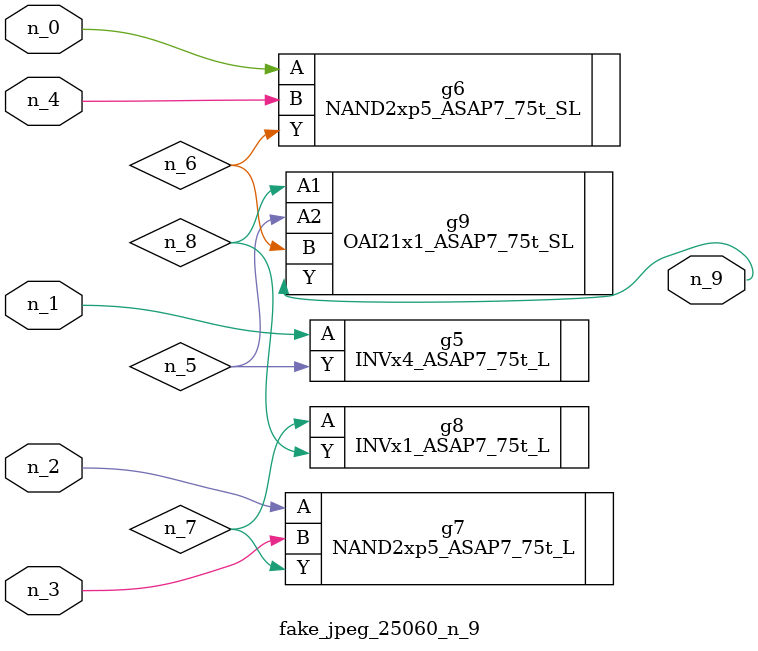
<source format=v>
module fake_jpeg_25060_n_9 (n_3, n_2, n_1, n_0, n_4, n_9);

input n_3;
input n_2;
input n_1;
input n_0;
input n_4;

output n_9;

wire n_8;
wire n_6;
wire n_5;
wire n_7;

INVx4_ASAP7_75t_L g5 ( 
.A(n_1),
.Y(n_5)
);

NAND2xp5_ASAP7_75t_SL g6 ( 
.A(n_0),
.B(n_4),
.Y(n_6)
);

NAND2xp5_ASAP7_75t_L g7 ( 
.A(n_2),
.B(n_3),
.Y(n_7)
);

INVx1_ASAP7_75t_L g8 ( 
.A(n_7),
.Y(n_8)
);

OAI21x1_ASAP7_75t_SL g9 ( 
.A1(n_8),
.A2(n_5),
.B(n_6),
.Y(n_9)
);


endmodule
</source>
